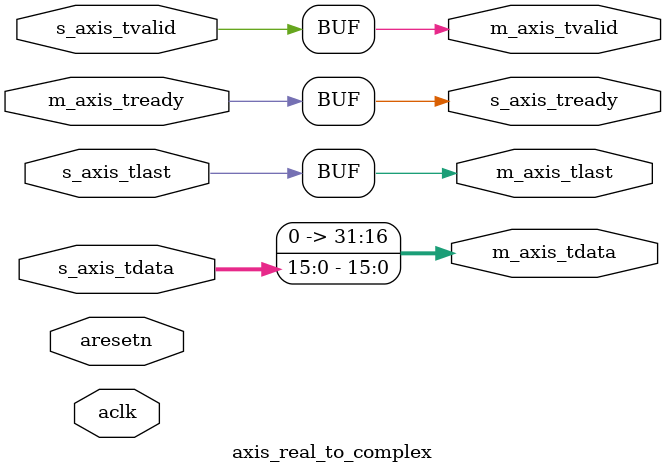
<source format=sv>
`timescale 1ns / 1ps
`default_nettype none


module axis_real_to_complex #
(
    // Width of data bus in bits
    parameter DATA_WIDTH = 16,
    parameter OPT_REGISTER = 0
)
(
    input  wire                             aclk,
    input  wire                             aresetn,

    /*
     * AXI-Stream slave interface
     */
    input  wire [DATA_WIDTH-1:0]            s_axis_tdata,
    input  wire                             s_axis_tvalid,
    input  wire                             s_axis_tlast,
    output wire                             s_axis_tready,

    /*
     * AXI-Stream master interface
     */
    output reg  [2*DATA_WIDTH-1:0]          m_axis_tdata,
    output reg                              m_axis_tvalid,
    output reg                              m_axis_tlast,
    input  wire                             m_axis_tready
);

generate if (OPT_REGISTER == 0) begin : COMBINATORIAL

    assign m_axis_tdata = {{DATA_WIDTH{1'b0}}, s_axis_tdata};
    assign m_axis_tvalid = s_axis_tvalid;
    assign m_axis_tlast = s_axis_tlast;

    assign s_axis_tready = m_axis_tready;

end else begin : REGISTERED
    wire [DATA_WIDTH-1:0]   buf_tdata;
    wire                    buf_tvalid;
    wire                    buf_tlast;
    wire                    stall;

    assign stall = m_axis_tvalid && !m_axis_tready;

    axis_skid_buffer 
    #(
        .DATA_WIDTH(DATA_WIDTH)
    ) buffer (   
        .aclk(aclk), 
        .aresetn(aresetn), 

        .s_axis_tdata(s_axis_tdata), 
        .s_axis_tvalid(s_axis_tvalid), 
        .s_axis_tready(s_axis_tready), 
        .s_axis_tlast(s_axis_tlast), 

        .m_axis_tdata(buf_tdata),
        .m_axis_tvalid(buf_tvalid), 
        .m_axis_tlast(buf_tlast), 
        .m_axis_tready(!stall)
    );

    always_ff @(posedge aclk)
        m_axis_tvalid <= aresetn && (stall || buf_tvalid);
    
    always_ff @(posedge aclk)
        if (!stall)
            m_axis_tdata <= buf_tdata;
    
    always_ff @(posedge aclk)
        if (!stall)
            m_axis_tlast <= buf_tlast;

end endgenerate


`ifdef FORMAL
    reg	f_past_valid = 1'b0;
    always @(posedge aclk)
        f_past_valid <= 1'b1;

    always @(*)
        if (!f_past_valid)
            assume(!aresetn);
    
    always @(posedge aclk) begin
        if (f_past_valid && $past(aresetn)) begin
            if ($past(s_axis_tvalid && !s_axis_tready)) begin
                assume(s_axis_tvalid);
                assume($stable(s_axis_tdata));
                assume($stable(s_axis_tlast));
            end

            if ($past(m_axis_tvalid && !m_axis_tready)) begin
                assert(m_axis_tvalid);
                assert($stable(m_axis_tdata));
                assert($stable(m_axis_tlast));
            end
        end
    end
`endif

endmodule

`default_nettype wire

</source>
